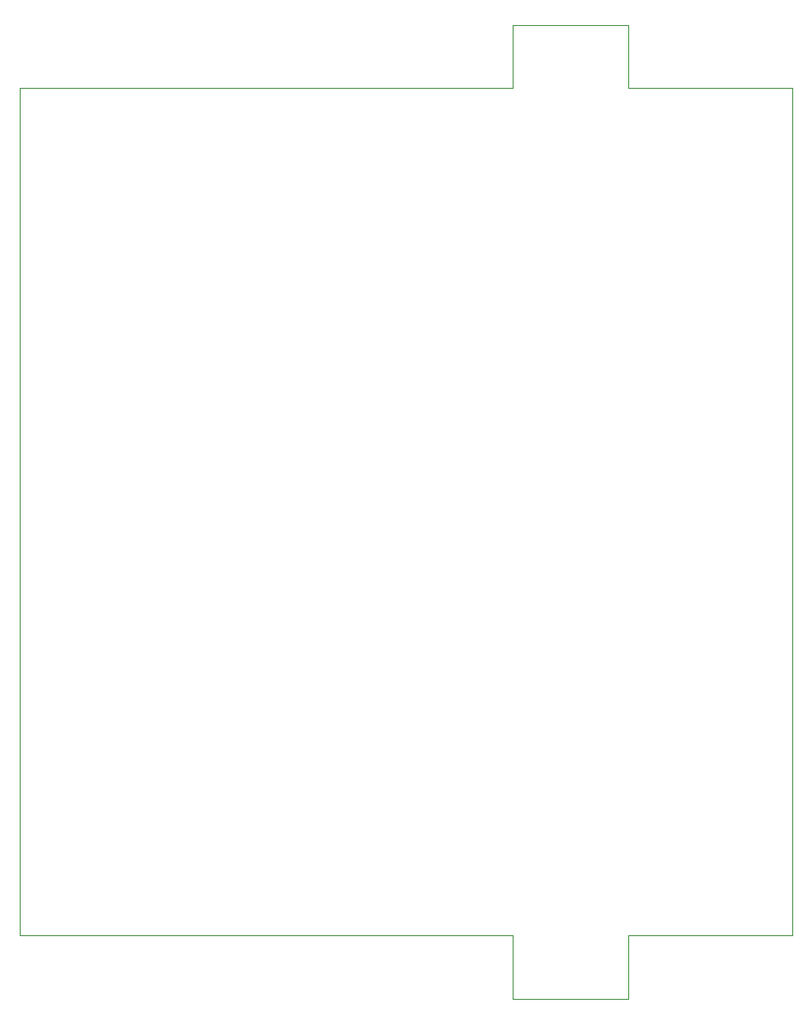
<source format=gbr>
%TF.GenerationSoftware,KiCad,Pcbnew,5.99.0+really5.1.10+dfsg1-1*%
%TF.CreationDate,2022-02-03T20:21:40+01:00*%
%TF.ProjectId,JoeMBMS_V2.0,4a6f654d-424d-4535-9f56-322e302e6b69,rev?*%
%TF.SameCoordinates,Original*%
%TF.FileFunction,Profile,NP*%
%FSLAX46Y46*%
G04 Gerber Fmt 4.6, Leading zero omitted, Abs format (unit mm)*
G04 Created by KiCad (PCBNEW 5.99.0+really5.1.10+dfsg1-1) date 2022-02-03 20:21:40*
%MOMM*%
%LPD*%
G01*
G04 APERTURE LIST*
%TA.AperFunction,Profile*%
%ADD10C,0.100000*%
%TD*%
G04 APERTURE END LIST*
D10*
X146550000Y-136000000D02*
X146550000Y-130000000D01*
X157500000Y-136000000D02*
X157500000Y-130000000D01*
X157500000Y-136000000D02*
X146550000Y-136000000D01*
X146550000Y-130000000D02*
X100000000Y-130000000D01*
X146550000Y-50000000D02*
X146550000Y-50000000D01*
X157500000Y-50000000D02*
X173000000Y-50000000D01*
X157500000Y-44000000D02*
X157500000Y-50000000D01*
X146550000Y-44000000D02*
X157500000Y-44000000D01*
X146550000Y-50000000D02*
X146550000Y-44000000D01*
X173000000Y-50000000D02*
X173000000Y-130000000D01*
X100000000Y-50000000D02*
X146550000Y-50000000D01*
X100000000Y-130000000D02*
X100000000Y-50000000D01*
X173000000Y-130000000D02*
X157500000Y-130000000D01*
M02*

</source>
